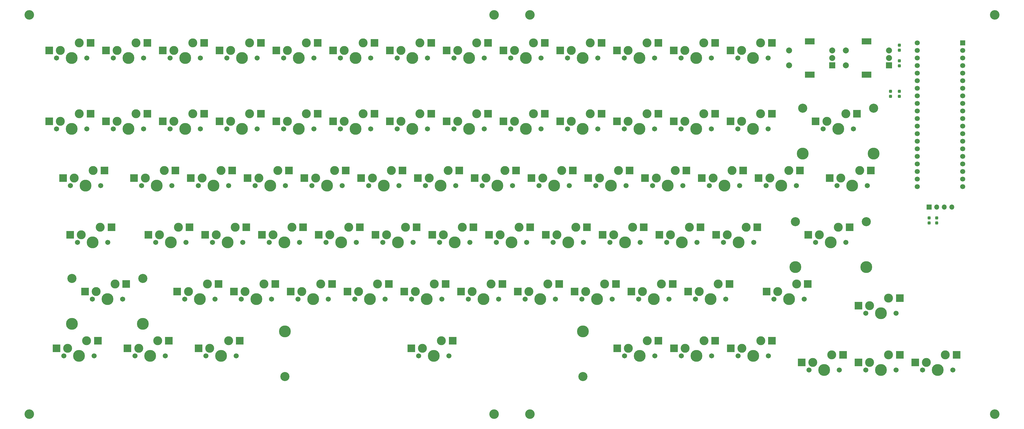
<source format=gbr>
%TF.GenerationSoftware,KiCad,Pcbnew,6.0.11-2627ca5db0~126~ubuntu22.04.1*%
%TF.CreationDate,2023-04-02T11:01:56+08:00*%
%TF.ProjectId,explorekb75,6578706c-6f72-4656-9b62-37352e6b6963,rev?*%
%TF.SameCoordinates,Original*%
%TF.FileFunction,Soldermask,Bot*%
%TF.FilePolarity,Negative*%
%FSLAX46Y46*%
G04 Gerber Fmt 4.6, Leading zero omitted, Abs format (unit mm)*
G04 Created by KiCad (PCBNEW 6.0.11-2627ca5db0~126~ubuntu22.04.1) date 2023-04-02 11:01:56*
%MOMM*%
%LPD*%
G01*
G04 APERTURE LIST*
G04 Aperture macros list*
%AMRoundRect*
0 Rectangle with rounded corners*
0 $1 Rounding radius*
0 $2 $3 $4 $5 $6 $7 $8 $9 X,Y pos of 4 corners*
0 Add a 4 corners polygon primitive as box body*
4,1,4,$2,$3,$4,$5,$6,$7,$8,$9,$2,$3,0*
0 Add four circle primitives for the rounded corners*
1,1,$1+$1,$2,$3*
1,1,$1+$1,$4,$5*
1,1,$1+$1,$6,$7*
1,1,$1+$1,$8,$9*
0 Add four rect primitives between the rounded corners*
20,1,$1+$1,$2,$3,$4,$5,0*
20,1,$1+$1,$4,$5,$6,$7,0*
20,1,$1+$1,$6,$7,$8,$9,0*
20,1,$1+$1,$8,$9,$2,$3,0*%
G04 Aperture macros list end*
%ADD10C,1.701800*%
%ADD11C,3.000000*%
%ADD12C,3.987800*%
%ADD13R,2.550000X2.500000*%
%ADD14R,2.000000X2.000000*%
%ADD15C,2.000000*%
%ADD16R,3.200000X2.000000*%
%ADD17C,3.200000*%
%ADD18C,3.048000*%
%ADD19R,1.700000X1.700000*%
%ADD20O,1.700000X1.700000*%
%ADD21RoundRect,0.237500X-0.237500X0.300000X-0.237500X-0.300000X0.237500X-0.300000X0.237500X0.300000X0*%
%ADD22RoundRect,0.237500X0.237500X-0.300000X0.237500X0.300000X-0.237500X0.300000X-0.237500X-0.300000X0*%
%ADD23C,1.700000*%
G04 APERTURE END LIST*
D10*
%TO.C,SW6*%
X183617485Y-77475000D03*
D11*
X174727485Y-74935000D03*
D10*
X173457485Y-77475000D03*
D11*
X181077485Y-72395000D03*
D12*
X178537485Y-77475000D03*
D13*
X184827485Y-72395000D03*
X170977485Y-74935000D03*
%TD*%
D11*
%TO.C,SW1*%
X85827485Y-72395000D03*
D12*
X83287485Y-77475000D03*
D10*
X88367485Y-77475000D03*
X78207485Y-77475000D03*
D11*
X79477485Y-74935000D03*
D13*
X89577485Y-72395000D03*
X75727485Y-74935000D03*
%TD*%
D11*
%TO.C,SW54*%
X284164985Y-136847500D03*
D12*
X287974985Y-139387500D03*
D10*
X293054985Y-139387500D03*
D11*
X290514985Y-134307500D03*
D10*
X282894985Y-139387500D03*
D13*
X294264985Y-134307500D03*
X280414985Y-136847500D03*
%TD*%
D12*
%TO.C,SW62*%
X202412485Y-158437500D03*
D10*
X197332485Y-158437500D03*
X207492485Y-158437500D03*
D11*
X204952485Y-153357500D03*
X198602485Y-155897500D03*
D13*
X208702485Y-153357500D03*
X194852485Y-155897500D03*
%TD*%
D12*
%TO.C,SW43*%
X345124985Y-120337500D03*
D11*
X347664985Y-115257500D03*
D10*
X340044985Y-120337500D03*
X350204985Y-120337500D03*
D11*
X341314985Y-117797500D03*
D13*
X351414985Y-115257500D03*
X337564985Y-117797500D03*
%TD*%
D12*
%TO.C,SW74*%
X273849985Y-177487500D03*
D10*
X278929985Y-177487500D03*
D11*
X276389985Y-172407500D03*
D10*
X268769985Y-177487500D03*
D11*
X270039985Y-174947500D03*
D13*
X280139985Y-172407500D03*
X266289985Y-174947500D03*
%TD*%
D12*
%TO.C,SW60*%
X164312485Y-158437500D03*
D10*
X159232485Y-158437500D03*
X169392485Y-158437500D03*
D11*
X166852485Y-153357500D03*
X160502485Y-155897500D03*
D13*
X170602485Y-153357500D03*
X156752485Y-155897500D03*
%TD*%
D14*
%TO.C,SW14*%
X338437485Y-79975000D03*
D15*
X338437485Y-74975000D03*
X338437485Y-77475000D03*
D16*
X330937485Y-83075000D03*
X330937485Y-71875000D03*
D15*
X323937485Y-74975000D03*
X323937485Y-79975000D03*
%TD*%
D11*
%TO.C,SW69*%
X357352485Y-158120000D03*
D10*
X349732485Y-163200000D03*
D12*
X354812485Y-163200000D03*
D11*
X351002485Y-160660000D03*
D10*
X359892485Y-163200000D03*
D13*
X361102485Y-158120000D03*
X347252485Y-160660000D03*
%TD*%
D17*
%TO.C,REF\u002A\u002A*%
X393000000Y-197000000D03*
%TD*%
D11*
%TO.C,SW67*%
X300202485Y-153357500D03*
X293852485Y-155897500D03*
D12*
X297662485Y-158437500D03*
D10*
X292582485Y-158437500D03*
X302742485Y-158437500D03*
D13*
X303952485Y-153357500D03*
X290102485Y-155897500D03*
%TD*%
D10*
%TO.C,SW31*%
X116842485Y-120337500D03*
D11*
X107952485Y-117797500D03*
D10*
X106682485Y-120337500D03*
D11*
X114302485Y-115257500D03*
D12*
X111762485Y-120337500D03*
D13*
X118052485Y-115257500D03*
X104202485Y-117797500D03*
%TD*%
D12*
%TO.C,SW72*%
X133381235Y-177487500D03*
D11*
X135921235Y-172407500D03*
D10*
X138461235Y-177487500D03*
D11*
X129571235Y-174947500D03*
D10*
X128301235Y-177487500D03*
D13*
X139671235Y-172407500D03*
X125821235Y-174947500D03*
%TD*%
D11*
%TO.C,SW53*%
X271464985Y-134307500D03*
X265114985Y-136847500D03*
D10*
X263844985Y-139387500D03*
X274004985Y-139387500D03*
D12*
X268924985Y-139387500D03*
D13*
X275214985Y-134307500D03*
X261364985Y-136847500D03*
%TD*%
D10*
%TO.C,SW34*%
X163832485Y-120337500D03*
D11*
X171452485Y-115257500D03*
D12*
X168912485Y-120337500D03*
D10*
X173992485Y-120337500D03*
D11*
X165102485Y-117797500D03*
D13*
X175202485Y-115257500D03*
X161352485Y-117797500D03*
%TD*%
D10*
%TO.C,SW22*%
X192507485Y-101287500D03*
D12*
X197587485Y-101287500D03*
D11*
X193777485Y-98747500D03*
D10*
X202667485Y-101287500D03*
D11*
X200127485Y-96207500D03*
D13*
X203877485Y-96207500D03*
X190027485Y-98747500D03*
%TD*%
D10*
%TO.C,SW48*%
X168594985Y-139387500D03*
D11*
X176214985Y-134307500D03*
D12*
X173674985Y-139387500D03*
D10*
X178754985Y-139387500D03*
D11*
X169864985Y-136847500D03*
D13*
X179964985Y-134307500D03*
X166114985Y-136847500D03*
%TD*%
D10*
%TO.C,SW4*%
X145517485Y-77475000D03*
D11*
X142977485Y-72395000D03*
D12*
X140437485Y-77475000D03*
D10*
X135357485Y-77475000D03*
D11*
X136627485Y-74935000D03*
D13*
X146727485Y-72395000D03*
X132877485Y-74935000D03*
%TD*%
D10*
%TO.C,SW58*%
X121157485Y-158437500D03*
D11*
X128777485Y-153357500D03*
X122427485Y-155897500D03*
D10*
X131317485Y-158437500D03*
D12*
X126237485Y-158437500D03*
D13*
X132527485Y-153357500D03*
X118677485Y-155897500D03*
%TD*%
D11*
%TO.C,SW36*%
X203202485Y-117797500D03*
D10*
X201932485Y-120337500D03*
X212092485Y-120337500D03*
D11*
X209552485Y-115257500D03*
D12*
X207012485Y-120337500D03*
D13*
X213302485Y-115257500D03*
X199452485Y-117797500D03*
%TD*%
D17*
%TO.C,REF\u002A\u002A*%
X225000000Y-197000000D03*
%TD*%
D12*
%TO.C,STAB1*%
X328562485Y-109542500D03*
D18*
X328562485Y-94302500D03*
X352362485Y-94302500D03*
D12*
X352362485Y-109542500D03*
%TD*%
D10*
%TO.C,SW38*%
X250192485Y-120337500D03*
X240032485Y-120337500D03*
D12*
X245112485Y-120337500D03*
D11*
X241302485Y-117797500D03*
X247652485Y-115257500D03*
D13*
X251402485Y-115257500D03*
X237552485Y-117797500D03*
%TD*%
D11*
%TO.C,SW35*%
X190502485Y-115257500D03*
D10*
X193042485Y-120337500D03*
D12*
X187962485Y-120337500D03*
D11*
X184152485Y-117797500D03*
D10*
X182882485Y-120337500D03*
D13*
X194252485Y-115257500D03*
X180402485Y-117797500D03*
%TD*%
D10*
%TO.C,SW9*%
X240767485Y-77475000D03*
D12*
X235687485Y-77475000D03*
D11*
X231877485Y-74935000D03*
X238227485Y-72395000D03*
D10*
X230607485Y-77475000D03*
D13*
X241977485Y-72395000D03*
X228127485Y-74935000D03*
%TD*%
D12*
%TO.C,SW52*%
X249874985Y-139387500D03*
D11*
X252414985Y-134307500D03*
X246064985Y-136847500D03*
D10*
X254954985Y-139387500D03*
X244794985Y-139387500D03*
D13*
X256164985Y-134307500D03*
X242314985Y-136847500D03*
%TD*%
D12*
%TO.C,STAB2*%
X349881235Y-147642500D03*
D18*
X326081235Y-132402500D03*
X349881235Y-132402500D03*
D12*
X326081235Y-147642500D03*
%TD*%
D11*
%TO.C,SW25*%
X250927485Y-98747500D03*
D10*
X259817485Y-101287500D03*
D11*
X257277485Y-96207500D03*
D12*
X254737485Y-101287500D03*
D10*
X249657485Y-101287500D03*
D13*
X261027485Y-96207500D03*
X247177485Y-98747500D03*
%TD*%
D17*
%TO.C,REF\u002A\u002A*%
X69000000Y-63000000D03*
%TD*%
D11*
%TO.C,SW41*%
X304802485Y-115257500D03*
D12*
X302262485Y-120337500D03*
D10*
X297182485Y-120337500D03*
X307342485Y-120337500D03*
D11*
X298452485Y-117797500D03*
D13*
X308552485Y-115257500D03*
X294702485Y-117797500D03*
%TD*%
D11*
%TO.C,SW56*%
X334171235Y-136847500D03*
X340521235Y-134307500D03*
D10*
X332901235Y-139387500D03*
D12*
X337981235Y-139387500D03*
D10*
X343061235Y-139387500D03*
D13*
X344271235Y-134307500D03*
X330421235Y-136847500D03*
%TD*%
D11*
%TO.C,SW2*%
X104877485Y-72395000D03*
D10*
X107417485Y-77475000D03*
X97257485Y-77475000D03*
D11*
X98527485Y-74935000D03*
D12*
X102337485Y-77475000D03*
D13*
X108627485Y-72395000D03*
X94777485Y-74935000D03*
%TD*%
D11*
%TO.C,SW7*%
X200127485Y-72395000D03*
D10*
X202667485Y-77475000D03*
D11*
X193777485Y-74935000D03*
D10*
X192507485Y-77475000D03*
D12*
X197587485Y-77475000D03*
D13*
X203877485Y-72395000D03*
X190027485Y-74935000D03*
%TD*%
D12*
%TO.C,SW42*%
X321312485Y-120337500D03*
D10*
X316232485Y-120337500D03*
D11*
X323852485Y-115257500D03*
D10*
X326392485Y-120337500D03*
D11*
X317502485Y-117797500D03*
D13*
X327602485Y-115257500D03*
X313752485Y-117797500D03*
%TD*%
D14*
%TO.C,SW15*%
X357487485Y-79975000D03*
D15*
X357487485Y-74975000D03*
X357487485Y-77475000D03*
D16*
X349987485Y-83075000D03*
X349987485Y-71875000D03*
D15*
X342987485Y-74975000D03*
X342987485Y-79975000D03*
%TD*%
D17*
%TO.C,REF\u002A\u002A*%
X237000000Y-197000000D03*
%TD*%
D11*
%TO.C,SW27*%
X295377485Y-96207500D03*
D10*
X297917485Y-101287500D03*
X287757485Y-101287500D03*
D12*
X292837485Y-101287500D03*
D11*
X289027485Y-98747500D03*
D13*
X299127485Y-96207500D03*
X285277485Y-98747500D03*
%TD*%
D10*
%TO.C,SW71*%
X114648735Y-177487500D03*
D12*
X109568735Y-177487500D03*
D11*
X105758735Y-174947500D03*
D10*
X104488735Y-177487500D03*
D11*
X112108735Y-172407500D03*
D13*
X115858735Y-172407500D03*
X102008735Y-174947500D03*
%TD*%
D11*
%TO.C,SW10*%
X250927485Y-74935000D03*
D12*
X254737485Y-77475000D03*
D10*
X249657485Y-77475000D03*
D11*
X257277485Y-72395000D03*
D10*
X259817485Y-77475000D03*
D13*
X261027485Y-72395000D03*
X247177485Y-74935000D03*
%TD*%
D17*
%TO.C,REF\u002A\u002A*%
X393000000Y-63000000D03*
%TD*%
D10*
%TO.C,SW77*%
X330682485Y-182250000D03*
D11*
X338302485Y-177170000D03*
D12*
X335762485Y-182250000D03*
D11*
X331952485Y-179710000D03*
D10*
X340842485Y-182250000D03*
D13*
X342052485Y-177170000D03*
X328202485Y-179710000D03*
%TD*%
D11*
%TO.C,SW17*%
X98527485Y-98747500D03*
X104877485Y-96207500D03*
D12*
X102337485Y-101287500D03*
D10*
X97257485Y-101287500D03*
X107417485Y-101287500D03*
D13*
X108627485Y-96207500D03*
X94777485Y-98747500D03*
%TD*%
D10*
%TO.C,SW20*%
X154407485Y-101287500D03*
X164567485Y-101287500D03*
D12*
X159487485Y-101287500D03*
D11*
X162027485Y-96207500D03*
X155677485Y-98747500D03*
D13*
X165777485Y-96207500D03*
X151927485Y-98747500D03*
%TD*%
D10*
%TO.C,SW73*%
X199713735Y-177487500D03*
D12*
X204793735Y-177487500D03*
D11*
X207333735Y-172407500D03*
X200983735Y-174947500D03*
D10*
X209873735Y-177487500D03*
D13*
X211083735Y-172407500D03*
X197233735Y-174947500D03*
%TD*%
D11*
%TO.C,SW51*%
X233364985Y-134307500D03*
X227014985Y-136847500D03*
D12*
X230824985Y-139387500D03*
D10*
X235904985Y-139387500D03*
X225744985Y-139387500D03*
D13*
X237114985Y-134307500D03*
X223264985Y-136847500D03*
%TD*%
D10*
%TO.C,SW28*%
X306807485Y-101287500D03*
D11*
X308077485Y-98747500D03*
X314427485Y-96207500D03*
D10*
X316967485Y-101287500D03*
D12*
X311887485Y-101287500D03*
D13*
X318177485Y-96207500D03*
X304327485Y-98747500D03*
%TD*%
D10*
%TO.C,SW46*%
X140654985Y-139387500D03*
D11*
X131764985Y-136847500D03*
D12*
X135574985Y-139387500D03*
D11*
X138114985Y-134307500D03*
D10*
X130494985Y-139387500D03*
D13*
X141864985Y-134307500D03*
X128014985Y-136847500D03*
%TD*%
D10*
%TO.C,SW30*%
X93029985Y-120337500D03*
X82869985Y-120337500D03*
D12*
X87949985Y-120337500D03*
D11*
X84139985Y-117797500D03*
X90489985Y-115257500D03*
D13*
X94239985Y-115257500D03*
X80389985Y-117797500D03*
%TD*%
D12*
%TO.C,STAB4*%
X254787485Y-169250000D03*
D18*
X154787485Y-184460000D03*
D12*
X154787485Y-169250000D03*
D18*
X254787485Y-184460000D03*
%TD*%
D11*
%TO.C,SW78*%
X357352485Y-177170000D03*
X351002485Y-179710000D03*
D10*
X359892485Y-182250000D03*
X349732485Y-182250000D03*
D12*
X354812485Y-182250000D03*
D13*
X361102485Y-177170000D03*
X347252485Y-179710000D03*
%TD*%
D12*
%TO.C,SW24*%
X235687485Y-101287500D03*
D11*
X238227485Y-96207500D03*
D10*
X240767485Y-101287500D03*
X230607485Y-101287500D03*
D11*
X231877485Y-98747500D03*
D13*
X241977485Y-96207500D03*
X228127485Y-98747500D03*
%TD*%
D10*
%TO.C,SW64*%
X245592485Y-158437500D03*
D11*
X236702485Y-155897500D03*
D12*
X240512485Y-158437500D03*
D10*
X235432485Y-158437500D03*
D11*
X243052485Y-153357500D03*
D13*
X246802485Y-153357500D03*
X232952485Y-155897500D03*
%TD*%
D12*
%TO.C,SW70*%
X85756235Y-177487500D03*
D10*
X90836235Y-177487500D03*
D11*
X81946235Y-174947500D03*
D10*
X80676235Y-177487500D03*
D11*
X88296235Y-172407500D03*
D13*
X92046235Y-172407500D03*
X78196235Y-174947500D03*
%TD*%
D10*
%TO.C,SW76*%
X317029985Y-177487500D03*
D12*
X311949985Y-177487500D03*
D11*
X308139985Y-174947500D03*
X314489985Y-172407500D03*
D10*
X306869985Y-177487500D03*
D13*
X318239985Y-172407500D03*
X304389985Y-174947500D03*
%TD*%
D10*
%TO.C,SW11*%
X278867485Y-77475000D03*
D12*
X273787485Y-77475000D03*
D11*
X269977485Y-74935000D03*
D10*
X268707485Y-77475000D03*
D11*
X276327485Y-72395000D03*
D13*
X280077485Y-72395000D03*
X266227485Y-74935000D03*
%TD*%
D10*
%TO.C,SW49*%
X197804985Y-139387500D03*
X187644985Y-139387500D03*
D11*
X188914985Y-136847500D03*
D12*
X192724985Y-139387500D03*
D11*
X195264985Y-134307500D03*
D13*
X199014985Y-134307500D03*
X185164985Y-136847500D03*
%TD*%
D10*
%TO.C,SW79*%
X368782485Y-182250000D03*
X378942485Y-182250000D03*
D11*
X370052485Y-179710000D03*
D12*
X373862485Y-182250000D03*
D11*
X376402485Y-177170000D03*
D13*
X380152485Y-177170000D03*
X366302485Y-179710000D03*
%TD*%
D10*
%TO.C,SW18*%
X116307485Y-101287500D03*
D12*
X121387485Y-101287500D03*
D11*
X123927485Y-96207500D03*
X117577485Y-98747500D03*
D10*
X126467485Y-101287500D03*
D13*
X127677485Y-96207500D03*
X113827485Y-98747500D03*
%TD*%
D10*
%TO.C,SW33*%
X144782485Y-120337500D03*
X154942485Y-120337500D03*
D11*
X146052485Y-117797500D03*
D12*
X149862485Y-120337500D03*
D11*
X152402485Y-115257500D03*
D13*
X156152485Y-115257500D03*
X142302485Y-117797500D03*
%TD*%
D10*
%TO.C,SW68*%
X318901235Y-158437500D03*
D11*
X326521235Y-153357500D03*
D10*
X329061235Y-158437500D03*
D12*
X323981235Y-158437500D03*
D11*
X320171235Y-155897500D03*
D13*
X330271235Y-153357500D03*
X316421235Y-155897500D03*
%TD*%
D10*
%TO.C,SW47*%
X159704985Y-139387500D03*
X149544985Y-139387500D03*
D11*
X150814985Y-136847500D03*
D12*
X154624985Y-139387500D03*
D11*
X157164985Y-134307500D03*
D13*
X160914985Y-134307500D03*
X147064985Y-136847500D03*
%TD*%
D17*
%TO.C,REF\u002A\u002A*%
X69000000Y-197000000D03*
%TD*%
D12*
%TO.C,SW50*%
X211774985Y-139387500D03*
D10*
X206694985Y-139387500D03*
D11*
X214314985Y-134307500D03*
X207964985Y-136847500D03*
D10*
X216854985Y-139387500D03*
D13*
X218064985Y-134307500D03*
X204214985Y-136847500D03*
%TD*%
D10*
%TO.C,SW32*%
X135892485Y-120337500D03*
D11*
X127002485Y-117797500D03*
D10*
X125732485Y-120337500D03*
D11*
X133352485Y-115257500D03*
D12*
X130812485Y-120337500D03*
D13*
X137102485Y-115257500D03*
X123252485Y-117797500D03*
%TD*%
D10*
%TO.C,SW57*%
X90201235Y-158437500D03*
D11*
X91471235Y-155897500D03*
X97821235Y-153357500D03*
D12*
X95281235Y-158437500D03*
D10*
X100361235Y-158437500D03*
D13*
X101571235Y-153357500D03*
X87721235Y-155897500D03*
%TD*%
D11*
%TO.C,SW26*%
X269977485Y-98747500D03*
D12*
X273787485Y-101287500D03*
D10*
X278867485Y-101287500D03*
D11*
X276327485Y-96207500D03*
D10*
X268707485Y-101287500D03*
D13*
X280077485Y-96207500D03*
X266227485Y-98747500D03*
%TD*%
D10*
%TO.C,SW21*%
X183617485Y-101287500D03*
D11*
X174727485Y-98747500D03*
X181077485Y-96207500D03*
D10*
X173457485Y-101287500D03*
D12*
X178537485Y-101287500D03*
D13*
X184827485Y-96207500D03*
X170977485Y-98747500D03*
%TD*%
D18*
%TO.C,STAB3*%
X83381235Y-151452500D03*
D12*
X83381235Y-166692500D03*
X107181235Y-166692500D03*
D18*
X107181235Y-151452500D03*
%TD*%
D11*
%TO.C,SW23*%
X212827485Y-98747500D03*
D10*
X211557485Y-101287500D03*
D12*
X216637485Y-101287500D03*
D11*
X219177485Y-96207500D03*
D10*
X221717485Y-101287500D03*
D13*
X222927485Y-96207500D03*
X209077485Y-98747500D03*
%TD*%
D17*
%TO.C,REF\u002A\u002A*%
X225000002Y-63000000D03*
%TD*%
D12*
%TO.C,SW44*%
X90331235Y-139387500D03*
D10*
X85251235Y-139387500D03*
D11*
X92871235Y-134307500D03*
D10*
X95411235Y-139387500D03*
D11*
X86521235Y-136847500D03*
D13*
X96621235Y-134307500D03*
X82771235Y-136847500D03*
%TD*%
D11*
%TO.C,SW19*%
X136627485Y-98747500D03*
D10*
X145517485Y-101287500D03*
D11*
X142977485Y-96207500D03*
D10*
X135357485Y-101287500D03*
D12*
X140437485Y-101287500D03*
D13*
X146727485Y-96207500D03*
X132877485Y-98747500D03*
%TD*%
D11*
%TO.C,SW40*%
X285752485Y-115257500D03*
D10*
X288292485Y-120337500D03*
X278132485Y-120337500D03*
D11*
X279402485Y-117797500D03*
D12*
X283212485Y-120337500D03*
D13*
X289502485Y-115257500D03*
X275652485Y-117797500D03*
%TD*%
D11*
%TO.C,SW12*%
X295377485Y-72395000D03*
X289027485Y-74935000D03*
D10*
X287757485Y-77475000D03*
X297917485Y-77475000D03*
D12*
X292837485Y-77475000D03*
D13*
X299127485Y-72395000D03*
X285277485Y-74935000D03*
%TD*%
D11*
%TO.C,SW65*%
X262102485Y-153357500D03*
D10*
X254482485Y-158437500D03*
X264642485Y-158437500D03*
D11*
X255752485Y-155897500D03*
D12*
X259562485Y-158437500D03*
D13*
X265852485Y-153357500D03*
X252002485Y-155897500D03*
%TD*%
D12*
%TO.C,SW16*%
X83287485Y-101287500D03*
D10*
X88367485Y-101287500D03*
D11*
X79477485Y-98747500D03*
D10*
X78207485Y-101287500D03*
D11*
X85827485Y-96207500D03*
D13*
X89577485Y-96207500D03*
X75727485Y-98747500D03*
%TD*%
D11*
%TO.C,SW45*%
X119064985Y-134307500D03*
D10*
X121604985Y-139387500D03*
D11*
X112714985Y-136847500D03*
D10*
X111444985Y-139387500D03*
D12*
X116524985Y-139387500D03*
D13*
X122814985Y-134307500D03*
X108964985Y-136847500D03*
%TD*%
D11*
%TO.C,SW37*%
X222252485Y-117797500D03*
D10*
X231142485Y-120337500D03*
D12*
X226062485Y-120337500D03*
D11*
X228602485Y-115257500D03*
D10*
X220982485Y-120337500D03*
D13*
X232352485Y-115257500D03*
X218502485Y-117797500D03*
%TD*%
D10*
%TO.C,SW5*%
X154407485Y-77475000D03*
D12*
X159487485Y-77475000D03*
D10*
X164567485Y-77475000D03*
D11*
X162027485Y-72395000D03*
X155677485Y-74935000D03*
D13*
X165777485Y-72395000D03*
X151927485Y-74935000D03*
%TD*%
D11*
%TO.C,SW59*%
X147802485Y-153357500D03*
D10*
X140182485Y-158437500D03*
D11*
X141452485Y-155897500D03*
D12*
X145262485Y-158437500D03*
D10*
X150342485Y-158437500D03*
D13*
X151552485Y-153357500D03*
X137702485Y-155897500D03*
%TD*%
D12*
%TO.C,SW75*%
X292899985Y-177487500D03*
D10*
X287819985Y-177487500D03*
D11*
X295439985Y-172407500D03*
D10*
X297979985Y-177487500D03*
D11*
X289089985Y-174947500D03*
D13*
X299189985Y-172407500D03*
X285339985Y-174947500D03*
%TD*%
D11*
%TO.C,SW39*%
X266702485Y-115257500D03*
D12*
X264162485Y-120337500D03*
D11*
X260352485Y-117797500D03*
D10*
X269242485Y-120337500D03*
X259082485Y-120337500D03*
D13*
X270452485Y-115257500D03*
X256602485Y-117797500D03*
%TD*%
D19*
%TO.C,U2*%
X371000000Y-127500000D03*
D20*
X373540000Y-127500000D03*
X376080000Y-127500000D03*
X378620000Y-127500000D03*
%TD*%
D11*
%TO.C,SW55*%
X303214985Y-136847500D03*
D12*
X307024985Y-139387500D03*
D10*
X301944985Y-139387500D03*
X312104985Y-139387500D03*
D11*
X309564985Y-134307500D03*
D13*
X313314985Y-134307500D03*
X299464985Y-136847500D03*
%TD*%
D10*
%TO.C,SW63*%
X226542485Y-158437500D03*
D12*
X221462485Y-158437500D03*
D11*
X217652485Y-155897500D03*
D10*
X216382485Y-158437500D03*
D11*
X224002485Y-153357500D03*
D13*
X227752485Y-153357500D03*
X213902485Y-155897500D03*
%TD*%
D11*
%TO.C,SW66*%
X274802485Y-155897500D03*
X281152485Y-153357500D03*
D10*
X273532485Y-158437500D03*
X283692485Y-158437500D03*
D12*
X278612485Y-158437500D03*
D13*
X284902485Y-153357500D03*
X271052485Y-155897500D03*
%TD*%
D17*
%TO.C,REF\u002A\u002A*%
X237000003Y-63000000D03*
%TD*%
D12*
%TO.C,SW61*%
X183362485Y-158437500D03*
D11*
X185902485Y-153357500D03*
X179552485Y-155897500D03*
D10*
X178282485Y-158437500D03*
X188442485Y-158437500D03*
D13*
X189652485Y-153357500D03*
X175802485Y-155897500D03*
%TD*%
D10*
%TO.C,SW3*%
X126467485Y-77475000D03*
D11*
X117577485Y-74935000D03*
D12*
X121387485Y-77475000D03*
D10*
X116307485Y-77475000D03*
D11*
X123927485Y-72395000D03*
D13*
X127677485Y-72395000D03*
X113827485Y-74935000D03*
%TD*%
D10*
%TO.C,SW8*%
X211557485Y-77475000D03*
X221717485Y-77475000D03*
D12*
X216637485Y-77475000D03*
D11*
X219177485Y-72395000D03*
X212827485Y-74935000D03*
D13*
X222927485Y-72395000D03*
X209077485Y-74935000D03*
%TD*%
D10*
%TO.C,SW29*%
X345542485Y-101287500D03*
X335382485Y-101287500D03*
D11*
X343002485Y-96207500D03*
X336652485Y-98747500D03*
D12*
X340462485Y-101287500D03*
D13*
X346752485Y-96207500D03*
X332902485Y-98747500D03*
%TD*%
D11*
%TO.C,SW13*%
X314427485Y-72395000D03*
X308077485Y-74935000D03*
D10*
X316967485Y-77475000D03*
X306807485Y-77475000D03*
D12*
X311887485Y-77475000D03*
D13*
X318177485Y-72395000D03*
X304327485Y-74935000D03*
%TD*%
D21*
%TO.C,C2*%
X358000000Y-88637500D03*
X358000000Y-90362500D03*
%TD*%
D22*
%TO.C,C4*%
X361000000Y-80112500D03*
X361000000Y-78387500D03*
%TD*%
%TO.C,R1*%
X371000000Y-132862500D03*
X371000000Y-131137500D03*
%TD*%
D21*
%TO.C,C1*%
X361000000Y-88637500D03*
X361000000Y-90362500D03*
%TD*%
D22*
%TO.C,R2*%
X373510000Y-132862500D03*
X373510000Y-131137500D03*
%TD*%
%TO.C,C3*%
X361000000Y-74862500D03*
X361000000Y-73137500D03*
%TD*%
D19*
%TO.C,U1*%
X382245000Y-72445000D03*
D23*
X382245000Y-74985000D03*
X382245000Y-77525000D03*
X382245000Y-80065000D03*
X382245000Y-82605000D03*
X382245000Y-85145000D03*
X382245000Y-87685000D03*
X382245000Y-90225000D03*
X382245000Y-92765000D03*
X382245000Y-95305000D03*
X382245000Y-97845000D03*
X382245000Y-100385000D03*
X382245000Y-102925000D03*
X382245000Y-105465000D03*
X382245000Y-108005000D03*
X382245000Y-110545000D03*
X382245000Y-113085000D03*
X382245000Y-115625000D03*
X382245000Y-118165000D03*
X382245000Y-120705000D03*
X367005000Y-120705000D03*
X367005000Y-118165000D03*
X367005000Y-115625000D03*
X367005000Y-113085000D03*
X367005000Y-110545000D03*
X367005000Y-108005000D03*
X367005000Y-105465000D03*
X367005000Y-102925000D03*
X367005000Y-100385000D03*
X367005000Y-97845000D03*
X367005000Y-95305000D03*
X367005000Y-92765000D03*
X367005000Y-90225000D03*
X367005000Y-87685000D03*
X367005000Y-85145000D03*
X367005000Y-82605000D03*
X367005000Y-80065000D03*
X367005000Y-77525000D03*
X367005000Y-74985000D03*
X367005000Y-72445000D03*
%TD*%
M02*

</source>
